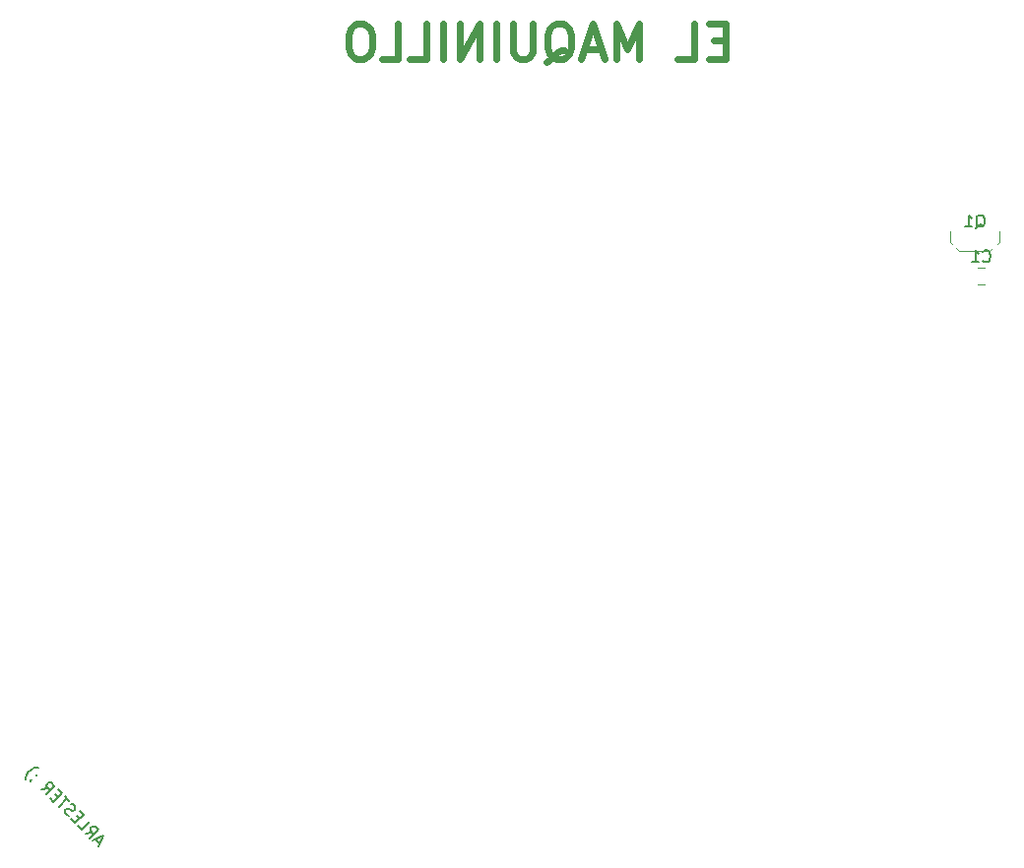
<source format=gbr>
%TF.GenerationSoftware,KiCad,Pcbnew,9.0.1*%
%TF.CreationDate,2026-02-02T11:40:33-05:00*%
%TF.ProjectId,Volante Maquinillo,566f6c61-6e74-4652-904d-617175696e69,rev?*%
%TF.SameCoordinates,Original*%
%TF.FileFunction,Legend,Bot*%
%TF.FilePolarity,Positive*%
%FSLAX46Y46*%
G04 Gerber Fmt 4.6, Leading zero omitted, Abs format (unit mm)*
G04 Created by KiCad (PCBNEW 9.0.1) date 2026-02-02 11:40:33*
%MOMM*%
%LPD*%
G01*
G04 APERTURE LIST*
%ADD10C,0.180000*%
%ADD11C,0.600000*%
%ADD12C,0.120000*%
G04 APERTURE END LIST*
D10*
X114596762Y-130226391D02*
X114260044Y-129889673D01*
X114462075Y-130495765D02*
X114933479Y-129552956D01*
X114933479Y-129552956D02*
X113990670Y-130024360D01*
X113350907Y-129384597D02*
X113923327Y-129283582D01*
X113754968Y-129788658D02*
X114462075Y-129081551D01*
X114462075Y-129081551D02*
X114192701Y-128812177D01*
X114192701Y-128812177D02*
X114091685Y-128778505D01*
X114091685Y-128778505D02*
X114024342Y-128778505D01*
X114024342Y-128778505D02*
X113923327Y-128812177D01*
X113923327Y-128812177D02*
X113822311Y-128913192D01*
X113822311Y-128913192D02*
X113788639Y-129014208D01*
X113788639Y-129014208D02*
X113788639Y-129081551D01*
X113788639Y-129081551D02*
X113822311Y-129182566D01*
X113822311Y-129182566D02*
X114091685Y-129451940D01*
X112711143Y-128744834D02*
X113047861Y-129081551D01*
X113047861Y-129081551D02*
X113754968Y-128374444D01*
X112845830Y-128138742D02*
X112610128Y-127903040D01*
X112138724Y-128172414D02*
X112475441Y-128509131D01*
X112475441Y-128509131D02*
X113182548Y-127802024D01*
X113182548Y-127802024D02*
X112845830Y-127465307D01*
X111903021Y-127869368D02*
X111768334Y-127802024D01*
X111768334Y-127802024D02*
X111599975Y-127633666D01*
X111599975Y-127633666D02*
X111566304Y-127532650D01*
X111566304Y-127532650D02*
X111566304Y-127465307D01*
X111566304Y-127465307D02*
X111599975Y-127364292D01*
X111599975Y-127364292D02*
X111667319Y-127296948D01*
X111667319Y-127296948D02*
X111768334Y-127263276D01*
X111768334Y-127263276D02*
X111835678Y-127263276D01*
X111835678Y-127263276D02*
X111936693Y-127296948D01*
X111936693Y-127296948D02*
X112105052Y-127397963D01*
X112105052Y-127397963D02*
X112206067Y-127431635D01*
X112206067Y-127431635D02*
X112273410Y-127431635D01*
X112273410Y-127431635D02*
X112374426Y-127397963D01*
X112374426Y-127397963D02*
X112441769Y-127330620D01*
X112441769Y-127330620D02*
X112475441Y-127229605D01*
X112475441Y-127229605D02*
X112475441Y-127162261D01*
X112475441Y-127162261D02*
X112441769Y-127061246D01*
X112441769Y-127061246D02*
X112273410Y-126892887D01*
X112273410Y-126892887D02*
X112138723Y-126825544D01*
X111970365Y-126589841D02*
X111566304Y-126185780D01*
X111061227Y-127094918D02*
X111768334Y-126387811D01*
X110993884Y-126286795D02*
X110758181Y-126051093D01*
X110286777Y-126320467D02*
X110623494Y-126657185D01*
X110623494Y-126657185D02*
X111330601Y-125950078D01*
X111330601Y-125950078D02*
X110993884Y-125613360D01*
X109579670Y-125613360D02*
X110152090Y-125512345D01*
X109983731Y-126017421D02*
X110690838Y-125310314D01*
X110690838Y-125310314D02*
X110421464Y-125040940D01*
X110421464Y-125040940D02*
X110320449Y-125007269D01*
X110320449Y-125007269D02*
X110253105Y-125007269D01*
X110253105Y-125007269D02*
X110152090Y-125040940D01*
X110152090Y-125040940D02*
X110051075Y-125141956D01*
X110051075Y-125141956D02*
X110017403Y-125242971D01*
X110017403Y-125242971D02*
X110017403Y-125310314D01*
X110017403Y-125310314D02*
X110051075Y-125411330D01*
X110051075Y-125411330D02*
X110320449Y-125680704D01*
X108737876Y-124704223D02*
X108704204Y-124737895D01*
X108704204Y-124737895D02*
X108670533Y-124838910D01*
X108670533Y-124838910D02*
X108670533Y-124906253D01*
X109175609Y-124333834D02*
X109108265Y-124333834D01*
X109108265Y-124333834D02*
X109108265Y-124401177D01*
X109108265Y-124401177D02*
X109175609Y-124401177D01*
X109175609Y-124401177D02*
X109175609Y-124333834D01*
X109175609Y-124333834D02*
X109108265Y-124401177D01*
X108199128Y-124771567D02*
X108199128Y-124704223D01*
X108199128Y-124704223D02*
X108232800Y-124535864D01*
X108232800Y-124535864D02*
X108266472Y-124434849D01*
X108266472Y-124434849D02*
X108333815Y-124300162D01*
X108333815Y-124300162D02*
X108468502Y-124098132D01*
X108468502Y-124098132D02*
X108603189Y-123963445D01*
X108603189Y-123963445D02*
X108805220Y-123828758D01*
X108805220Y-123828758D02*
X108939907Y-123761414D01*
X108939907Y-123761414D02*
X109040922Y-123727742D01*
X109040922Y-123727742D02*
X109209281Y-123694071D01*
X109209281Y-123694071D02*
X109276624Y-123694071D01*
D11*
X168400978Y-61180228D02*
X167400978Y-61180228D01*
X166972406Y-62751657D02*
X168400978Y-62751657D01*
X168400978Y-62751657D02*
X168400978Y-59751657D01*
X168400978Y-59751657D02*
X166972406Y-59751657D01*
X164258120Y-62751657D02*
X165686692Y-62751657D01*
X165686692Y-62751657D02*
X165686692Y-59751657D01*
X160972407Y-62751657D02*
X160972407Y-59751657D01*
X160972407Y-59751657D02*
X159972407Y-61894514D01*
X159972407Y-61894514D02*
X158972407Y-59751657D01*
X158972407Y-59751657D02*
X158972407Y-62751657D01*
X157686693Y-61894514D02*
X156258122Y-61894514D01*
X157972407Y-62751657D02*
X156972407Y-59751657D01*
X156972407Y-59751657D02*
X155972407Y-62751657D01*
X152972407Y-63037371D02*
X153258121Y-62894514D01*
X153258121Y-62894514D02*
X153543835Y-62608800D01*
X153543835Y-62608800D02*
X153972407Y-62180228D01*
X153972407Y-62180228D02*
X154258121Y-62037371D01*
X154258121Y-62037371D02*
X154543835Y-62037371D01*
X154400978Y-62751657D02*
X154686693Y-62608800D01*
X154686693Y-62608800D02*
X154972407Y-62323085D01*
X154972407Y-62323085D02*
X155115264Y-61751657D01*
X155115264Y-61751657D02*
X155115264Y-60751657D01*
X155115264Y-60751657D02*
X154972407Y-60180228D01*
X154972407Y-60180228D02*
X154686693Y-59894514D01*
X154686693Y-59894514D02*
X154400978Y-59751657D01*
X154400978Y-59751657D02*
X153829550Y-59751657D01*
X153829550Y-59751657D02*
X153543835Y-59894514D01*
X153543835Y-59894514D02*
X153258121Y-60180228D01*
X153258121Y-60180228D02*
X153115264Y-60751657D01*
X153115264Y-60751657D02*
X153115264Y-61751657D01*
X153115264Y-61751657D02*
X153258121Y-62323085D01*
X153258121Y-62323085D02*
X153543835Y-62608800D01*
X153543835Y-62608800D02*
X153829550Y-62751657D01*
X153829550Y-62751657D02*
X154400978Y-62751657D01*
X151829550Y-59751657D02*
X151829550Y-62180228D01*
X151829550Y-62180228D02*
X151686693Y-62465942D01*
X151686693Y-62465942D02*
X151543836Y-62608800D01*
X151543836Y-62608800D02*
X151258121Y-62751657D01*
X151258121Y-62751657D02*
X150686693Y-62751657D01*
X150686693Y-62751657D02*
X150400978Y-62608800D01*
X150400978Y-62608800D02*
X150258121Y-62465942D01*
X150258121Y-62465942D02*
X150115264Y-62180228D01*
X150115264Y-62180228D02*
X150115264Y-59751657D01*
X148686693Y-62751657D02*
X148686693Y-59751657D01*
X147258122Y-62751657D02*
X147258122Y-59751657D01*
X147258122Y-59751657D02*
X145543836Y-62751657D01*
X145543836Y-62751657D02*
X145543836Y-59751657D01*
X144115265Y-62751657D02*
X144115265Y-59751657D01*
X141258122Y-62751657D02*
X142686694Y-62751657D01*
X142686694Y-62751657D02*
X142686694Y-59751657D01*
X138829551Y-62751657D02*
X140258123Y-62751657D01*
X140258123Y-62751657D02*
X140258123Y-59751657D01*
X137258123Y-59751657D02*
X136686695Y-59751657D01*
X136686695Y-59751657D02*
X136400980Y-59894514D01*
X136400980Y-59894514D02*
X136115266Y-60180228D01*
X136115266Y-60180228D02*
X135972409Y-60751657D01*
X135972409Y-60751657D02*
X135972409Y-61751657D01*
X135972409Y-61751657D02*
X136115266Y-62323085D01*
X136115266Y-62323085D02*
X136400980Y-62608800D01*
X136400980Y-62608800D02*
X136686695Y-62751657D01*
X136686695Y-62751657D02*
X137258123Y-62751657D01*
X137258123Y-62751657D02*
X137543838Y-62608800D01*
X137543838Y-62608800D02*
X137829552Y-62323085D01*
X137829552Y-62323085D02*
X137972409Y-61751657D01*
X137972409Y-61751657D02*
X137972409Y-60751657D01*
X137972409Y-60751657D02*
X137829552Y-60180228D01*
X137829552Y-60180228D02*
X137543838Y-59894514D01*
X137543838Y-59894514D02*
X137258123Y-59751657D01*
D10*
X190546666Y-80138020D02*
X190594285Y-80185640D01*
X190594285Y-80185640D02*
X190737142Y-80233259D01*
X190737142Y-80233259D02*
X190832380Y-80233259D01*
X190832380Y-80233259D02*
X190975237Y-80185640D01*
X190975237Y-80185640D02*
X191070475Y-80090401D01*
X191070475Y-80090401D02*
X191118094Y-79995163D01*
X191118094Y-79995163D02*
X191165713Y-79804687D01*
X191165713Y-79804687D02*
X191165713Y-79661830D01*
X191165713Y-79661830D02*
X191118094Y-79471354D01*
X191118094Y-79471354D02*
X191070475Y-79376116D01*
X191070475Y-79376116D02*
X190975237Y-79280878D01*
X190975237Y-79280878D02*
X190832380Y-79233259D01*
X190832380Y-79233259D02*
X190737142Y-79233259D01*
X190737142Y-79233259D02*
X190594285Y-79280878D01*
X190594285Y-79280878D02*
X190546666Y-79328497D01*
X189594285Y-80233259D02*
X190165713Y-80233259D01*
X189879999Y-80233259D02*
X189879999Y-79233259D01*
X189879999Y-79233259D02*
X189975237Y-79376116D01*
X189975237Y-79376116D02*
X190070475Y-79471354D01*
X190070475Y-79471354D02*
X190165713Y-79518973D01*
X189925238Y-77298497D02*
X190020476Y-77250878D01*
X190020476Y-77250878D02*
X190115714Y-77155640D01*
X190115714Y-77155640D02*
X190258571Y-77012782D01*
X190258571Y-77012782D02*
X190353809Y-76965163D01*
X190353809Y-76965163D02*
X190449047Y-76965163D01*
X190401428Y-77203259D02*
X190496666Y-77155640D01*
X190496666Y-77155640D02*
X190591904Y-77060401D01*
X190591904Y-77060401D02*
X190639523Y-76869925D01*
X190639523Y-76869925D02*
X190639523Y-76536592D01*
X190639523Y-76536592D02*
X190591904Y-76346116D01*
X190591904Y-76346116D02*
X190496666Y-76250878D01*
X190496666Y-76250878D02*
X190401428Y-76203259D01*
X190401428Y-76203259D02*
X190210952Y-76203259D01*
X190210952Y-76203259D02*
X190115714Y-76250878D01*
X190115714Y-76250878D02*
X190020476Y-76346116D01*
X190020476Y-76346116D02*
X189972857Y-76536592D01*
X189972857Y-76536592D02*
X189972857Y-76869925D01*
X189972857Y-76869925D02*
X190020476Y-77060401D01*
X190020476Y-77060401D02*
X190115714Y-77155640D01*
X190115714Y-77155640D02*
X190210952Y-77203259D01*
X190210952Y-77203259D02*
X190401428Y-77203259D01*
X189020476Y-77203259D02*
X189591904Y-77203259D01*
X189306190Y-77203259D02*
X189306190Y-76203259D01*
X189306190Y-76203259D02*
X189401428Y-76346116D01*
X189401428Y-76346116D02*
X189496666Y-76441354D01*
X189496666Y-76441354D02*
X189591904Y-76488973D01*
D12*
%TO.C,C1*%
X190641252Y-80725000D02*
X190118748Y-80725000D01*
X190641252Y-82195000D02*
X190118748Y-82195000D01*
%TO.C,Q1*%
X187710000Y-77550000D02*
X187710000Y-78500000D01*
X187860000Y-78650000D02*
X187710000Y-78500000D01*
X188510000Y-79300000D02*
X188260000Y-79050000D01*
X191110000Y-79300000D02*
X188510000Y-79300000D01*
X191110000Y-79300000D02*
X191360000Y-79050000D01*
X191810000Y-78650000D02*
X191960000Y-78500000D01*
X191960000Y-78500000D02*
X191960000Y-77550000D01*
%TD*%
M02*

</source>
